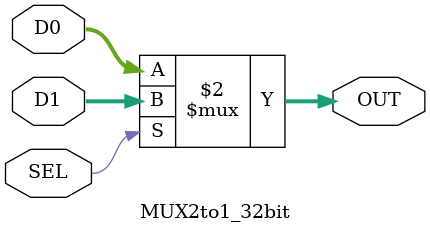
<source format=v>
`timescale 1ns / 1ps

module MUX2to1_32bit(D0, D1, OUT, SEL);
	input [31:0] D0, D1;
	input SEL;
	output [31:0] OUT;
	
	assign OUT = (SEL == 0) ? D0:D1;

endmodule

</source>
